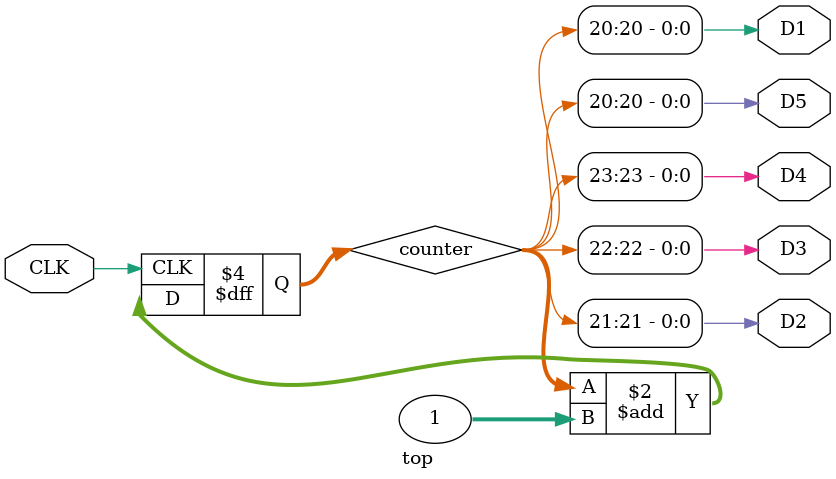
<source format=v>
`default_nettype none

module top(CLK, D1, D2, D3, D4, D5);

input CLK;
output D1;
output D2;
output D3;
output D4;
output D5;

/* Counter register */
reg [31:0] counter = 32'b0;

assign D1 = counter[20];
assign D2 = counter[21];
assign D3 = counter[22];
assign D4 = counter[23];

assign D5 = counter[20];

/* always */
always @ (posedge CLK) begin
    counter <= counter + 1;
end


endmodule  // top
</source>
